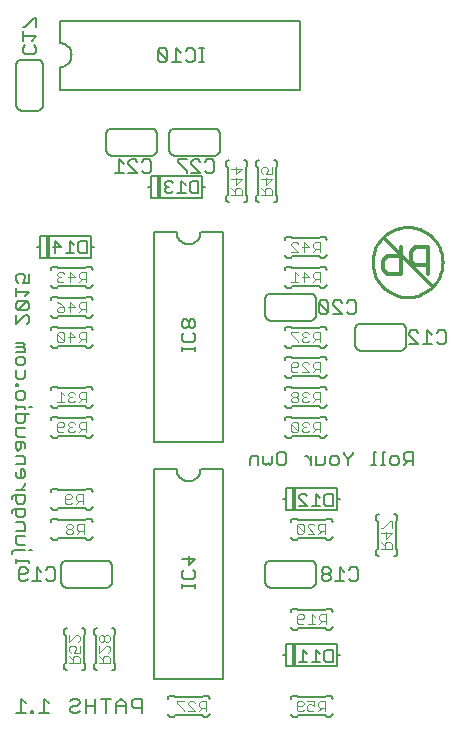
<source format=gbo>
G75*
%MOIN*%
%OFA0B0*%
%FSLAX24Y24*%
%IPPOS*%
%LPD*%
%AMOC8*
5,1,8,0,0,1.08239X$1,22.5*
%
%ADD10C,0.0060*%
%ADD11C,0.0070*%
%ADD12C,0.0120*%
%ADD13C,0.0087*%
%ADD14C,0.0040*%
%ADD15C,0.0050*%
D10*
X002500Y002510D02*
X002500Y002610D01*
X002550Y002660D01*
X002550Y003560D01*
X002500Y003610D01*
X002500Y003710D01*
X002502Y003727D01*
X002506Y003744D01*
X002513Y003760D01*
X002523Y003774D01*
X002536Y003787D01*
X002550Y003797D01*
X002566Y003804D01*
X002583Y003808D01*
X002600Y003810D01*
X003100Y003810D02*
X003117Y003808D01*
X003134Y003804D01*
X003150Y003797D01*
X003164Y003787D01*
X003177Y003774D01*
X003187Y003760D01*
X003194Y003744D01*
X003198Y003727D01*
X003200Y003710D01*
X003200Y003610D01*
X003150Y003560D01*
X003150Y002660D01*
X003200Y002610D01*
X003200Y002510D01*
X003198Y002493D01*
X003194Y002476D01*
X003187Y002460D01*
X003177Y002446D01*
X003164Y002433D01*
X003150Y002423D01*
X003134Y002416D01*
X003117Y002412D01*
X003100Y002410D01*
X003500Y002510D02*
X003500Y002610D01*
X003550Y002660D01*
X003550Y003560D01*
X003500Y003610D01*
X003500Y003710D01*
X003502Y003727D01*
X003506Y003744D01*
X003513Y003760D01*
X003523Y003774D01*
X003536Y003787D01*
X003550Y003797D01*
X003566Y003804D01*
X003583Y003808D01*
X003600Y003810D01*
X004100Y003810D02*
X004117Y003808D01*
X004134Y003804D01*
X004150Y003797D01*
X004164Y003787D01*
X004177Y003774D01*
X004187Y003760D01*
X004194Y003744D01*
X004198Y003727D01*
X004200Y003710D01*
X004200Y003610D01*
X004150Y003560D01*
X004150Y002660D01*
X004200Y002610D01*
X004200Y002510D01*
X004198Y002493D01*
X004194Y002476D01*
X004187Y002460D01*
X004177Y002446D01*
X004164Y002433D01*
X004150Y002423D01*
X004134Y002416D01*
X004117Y002412D01*
X004100Y002410D01*
X003600Y002410D02*
X003583Y002412D01*
X003566Y002416D01*
X003550Y002423D01*
X003536Y002433D01*
X003523Y002446D01*
X003513Y002460D01*
X003506Y002476D01*
X003502Y002493D01*
X003500Y002510D01*
X002600Y002410D02*
X002583Y002412D01*
X002566Y002416D01*
X002550Y002423D01*
X002536Y002433D01*
X002523Y002446D01*
X002513Y002460D01*
X002506Y002476D01*
X002502Y002493D01*
X002500Y002510D01*
X002600Y005160D02*
X003900Y005160D01*
X003926Y005162D01*
X003952Y005167D01*
X003977Y005175D01*
X004000Y005187D01*
X004022Y005201D01*
X004041Y005219D01*
X004059Y005238D01*
X004073Y005260D01*
X004085Y005283D01*
X004093Y005308D01*
X004098Y005334D01*
X004100Y005360D01*
X004100Y005860D01*
X004098Y005886D01*
X004093Y005912D01*
X004085Y005937D01*
X004073Y005960D01*
X004059Y005982D01*
X004041Y006001D01*
X004022Y006019D01*
X004000Y006033D01*
X003977Y006045D01*
X003952Y006053D01*
X003926Y006058D01*
X003900Y006060D01*
X002600Y006060D01*
X002574Y006058D01*
X002548Y006053D01*
X002523Y006045D01*
X002500Y006033D01*
X002478Y006019D01*
X002459Y006001D01*
X002441Y005982D01*
X002427Y005960D01*
X002415Y005937D01*
X002407Y005912D01*
X002402Y005886D01*
X002400Y005860D01*
X002400Y005360D01*
X002402Y005334D01*
X002407Y005308D01*
X002415Y005283D01*
X002427Y005260D01*
X002441Y005238D01*
X002459Y005219D01*
X002478Y005201D01*
X002500Y005187D01*
X002523Y005175D01*
X002548Y005167D01*
X002574Y005162D01*
X002600Y005160D01*
X002250Y006760D02*
X002150Y006760D01*
X002133Y006762D01*
X002116Y006766D01*
X002100Y006773D01*
X002086Y006783D01*
X002073Y006796D01*
X002063Y006810D01*
X002056Y006826D01*
X002052Y006843D01*
X002050Y006860D01*
X002250Y006760D02*
X002300Y006810D01*
X003200Y006810D01*
X003250Y006760D01*
X003350Y006760D01*
X003367Y006762D01*
X003384Y006766D01*
X003400Y006773D01*
X003414Y006783D01*
X003427Y006796D01*
X003437Y006810D01*
X003444Y006826D01*
X003448Y006843D01*
X003450Y006860D01*
X003450Y007360D02*
X003448Y007377D01*
X003444Y007394D01*
X003437Y007410D01*
X003427Y007424D01*
X003414Y007437D01*
X003400Y007447D01*
X003384Y007454D01*
X003367Y007458D01*
X003350Y007460D01*
X003250Y007460D01*
X003200Y007410D01*
X002300Y007410D01*
X002250Y007460D01*
X002150Y007460D01*
X002133Y007458D01*
X002116Y007454D01*
X002100Y007447D01*
X002086Y007437D01*
X002073Y007424D01*
X002063Y007410D01*
X002056Y007394D01*
X002052Y007377D01*
X002050Y007360D01*
X002150Y007760D02*
X002250Y007760D01*
X002300Y007810D01*
X003200Y007810D01*
X003250Y007760D01*
X003350Y007760D01*
X003367Y007762D01*
X003384Y007766D01*
X003400Y007773D01*
X003414Y007783D01*
X003427Y007796D01*
X003437Y007810D01*
X003444Y007826D01*
X003448Y007843D01*
X003450Y007860D01*
X003450Y008360D02*
X003448Y008377D01*
X003444Y008394D01*
X003437Y008410D01*
X003427Y008424D01*
X003414Y008437D01*
X003400Y008447D01*
X003384Y008454D01*
X003367Y008458D01*
X003350Y008460D01*
X003250Y008460D01*
X003200Y008410D01*
X002300Y008410D01*
X002250Y008460D01*
X002150Y008460D01*
X002133Y008458D01*
X002116Y008454D01*
X002100Y008447D01*
X002086Y008437D01*
X002073Y008424D01*
X002063Y008410D01*
X002056Y008394D01*
X002052Y008377D01*
X002050Y008360D01*
X002050Y007860D02*
X002052Y007843D01*
X002056Y007826D01*
X002063Y007810D01*
X002073Y007796D01*
X002086Y007783D01*
X002100Y007773D01*
X002116Y007766D01*
X002133Y007762D01*
X002150Y007760D01*
X001199Y007793D02*
X001199Y007573D01*
X001125Y007500D01*
X000978Y007500D01*
X000905Y007573D01*
X000905Y007793D01*
X000832Y007793D02*
X001199Y007793D01*
X001125Y007960D02*
X000978Y007960D01*
X000905Y008033D01*
X000905Y008254D01*
X000832Y008254D02*
X000758Y008180D01*
X000758Y008107D01*
X000832Y008254D02*
X001199Y008254D01*
X001199Y008033D01*
X001125Y007960D01*
X001052Y008420D02*
X001199Y008567D01*
X001199Y008641D01*
X001125Y008804D02*
X001199Y008877D01*
X001199Y009024D01*
X001125Y009098D01*
X001052Y009098D01*
X001052Y008804D01*
X001125Y008804D02*
X000978Y008804D01*
X000905Y008877D01*
X000905Y009024D01*
X000905Y009264D02*
X001199Y009264D01*
X001199Y009485D01*
X001125Y009558D01*
X000905Y009558D01*
X000978Y009725D02*
X001052Y009798D01*
X001052Y010018D01*
X001125Y010018D02*
X000905Y010018D01*
X000905Y009798D01*
X000978Y009725D01*
X001199Y009798D02*
X001199Y009945D01*
X001125Y010018D01*
X001199Y010185D02*
X000978Y010185D01*
X000905Y010259D01*
X000905Y010479D01*
X001199Y010479D01*
X001125Y010646D02*
X001199Y010719D01*
X001199Y010939D01*
X001345Y010939D02*
X000905Y010939D01*
X000905Y010719D01*
X000978Y010646D01*
X001125Y010646D01*
X001199Y011106D02*
X001199Y011179D01*
X000905Y011179D01*
X000905Y011106D02*
X000905Y011253D01*
X000978Y011413D02*
X000905Y011486D01*
X000905Y011633D01*
X000978Y011707D01*
X001125Y011707D01*
X001199Y011633D01*
X001199Y011486D01*
X001125Y011413D01*
X000978Y011413D01*
X000978Y011873D02*
X000978Y011947D01*
X000905Y011947D01*
X000905Y011873D01*
X000978Y011873D01*
X000978Y012104D02*
X000905Y012177D01*
X000905Y012397D01*
X000978Y012564D02*
X000905Y012637D01*
X000905Y012784D01*
X000978Y012858D01*
X001125Y012858D01*
X001199Y012784D01*
X001199Y012637D01*
X001125Y012564D01*
X000978Y012564D01*
X000905Y013024D02*
X001199Y013024D01*
X001199Y013098D01*
X001125Y013171D01*
X001199Y013245D01*
X001125Y013318D01*
X000905Y013318D01*
X000905Y013171D02*
X001125Y013171D01*
X001199Y012397D02*
X001199Y012177D01*
X001125Y012104D01*
X000978Y012104D01*
X001345Y011179D02*
X001419Y011179D01*
X002150Y011160D02*
X002250Y011160D01*
X002300Y011210D01*
X003200Y011210D01*
X003250Y011160D01*
X003350Y011160D01*
X003367Y011162D01*
X003384Y011166D01*
X003400Y011173D01*
X003414Y011183D01*
X003427Y011196D01*
X003437Y011210D01*
X003444Y011226D01*
X003448Y011243D01*
X003450Y011260D01*
X003350Y010860D02*
X003250Y010860D01*
X003200Y010810D01*
X002300Y010810D01*
X002250Y010860D01*
X002150Y010860D01*
X002133Y010858D01*
X002116Y010854D01*
X002100Y010847D01*
X002086Y010837D01*
X002073Y010824D01*
X002063Y010810D01*
X002056Y010794D01*
X002052Y010777D01*
X002050Y010760D01*
X002150Y011160D02*
X002133Y011162D01*
X002116Y011166D01*
X002100Y011173D01*
X002086Y011183D01*
X002073Y011196D01*
X002063Y011210D01*
X002056Y011226D01*
X002052Y011243D01*
X002050Y011260D01*
X002050Y011760D02*
X002052Y011777D01*
X002056Y011794D01*
X002063Y011810D01*
X002073Y011824D01*
X002086Y011837D01*
X002100Y011847D01*
X002116Y011854D01*
X002133Y011858D01*
X002150Y011860D01*
X002250Y011860D01*
X002300Y011810D01*
X003200Y011810D01*
X003250Y011860D01*
X003350Y011860D01*
X003367Y011858D01*
X003384Y011854D01*
X003400Y011847D01*
X003414Y011837D01*
X003427Y011824D01*
X003437Y011810D01*
X003444Y011794D01*
X003448Y011777D01*
X003450Y011760D01*
X003350Y010860D02*
X003367Y010858D01*
X003384Y010854D01*
X003400Y010847D01*
X003414Y010837D01*
X003427Y010824D01*
X003437Y010810D01*
X003444Y010794D01*
X003448Y010777D01*
X003450Y010760D01*
X003450Y010260D02*
X003448Y010243D01*
X003444Y010226D01*
X003437Y010210D01*
X003427Y010196D01*
X003414Y010183D01*
X003400Y010173D01*
X003384Y010166D01*
X003367Y010162D01*
X003350Y010160D01*
X003250Y010160D01*
X003200Y010210D01*
X002300Y010210D01*
X002250Y010160D01*
X002150Y010160D01*
X002133Y010162D01*
X002116Y010166D01*
X002100Y010173D01*
X002086Y010183D01*
X002073Y010196D01*
X002063Y010210D01*
X002056Y010226D01*
X002052Y010243D01*
X002050Y010260D01*
X001199Y008420D02*
X000905Y008420D01*
X000832Y007793D02*
X000758Y007720D01*
X000758Y007646D01*
X000905Y007333D02*
X001125Y007333D01*
X001199Y007259D01*
X001199Y007039D01*
X000905Y007039D01*
X000905Y006872D02*
X001199Y006872D01*
X001199Y006579D02*
X000978Y006579D01*
X000905Y006652D01*
X000905Y006872D01*
X000832Y006419D02*
X001199Y006419D01*
X001345Y006419D02*
X001419Y006419D01*
X001345Y006038D02*
X000905Y006038D01*
X000905Y005965D02*
X000905Y006112D01*
X000758Y006272D02*
X000758Y006345D01*
X000832Y006419D01*
X001345Y006038D02*
X001345Y005965D01*
X005500Y009110D02*
X005500Y002110D01*
X007800Y002110D01*
X007800Y009110D01*
X007050Y009110D01*
X007048Y009071D01*
X007042Y009032D01*
X007033Y008994D01*
X007020Y008957D01*
X007003Y008921D01*
X006983Y008888D01*
X006959Y008856D01*
X006933Y008827D01*
X006904Y008801D01*
X006872Y008777D01*
X006839Y008757D01*
X006803Y008740D01*
X006766Y008727D01*
X006728Y008718D01*
X006689Y008712D01*
X006650Y008710D01*
X006611Y008712D01*
X006572Y008718D01*
X006534Y008727D01*
X006497Y008740D01*
X006461Y008757D01*
X006428Y008777D01*
X006396Y008801D01*
X006367Y008827D01*
X006341Y008856D01*
X006317Y008888D01*
X006297Y008921D01*
X006280Y008957D01*
X006267Y008994D01*
X006258Y009032D01*
X006252Y009071D01*
X006250Y009110D01*
X005500Y009110D01*
X005500Y010010D02*
X007800Y010010D01*
X007800Y017010D01*
X007050Y017010D01*
X007048Y016971D01*
X007042Y016932D01*
X007033Y016894D01*
X007020Y016857D01*
X007003Y016821D01*
X006983Y016788D01*
X006959Y016756D01*
X006933Y016727D01*
X006904Y016701D01*
X006872Y016677D01*
X006839Y016657D01*
X006803Y016640D01*
X006766Y016627D01*
X006728Y016618D01*
X006689Y016612D01*
X006650Y016610D01*
X006611Y016612D01*
X006572Y016618D01*
X006534Y016627D01*
X006497Y016640D01*
X006461Y016657D01*
X006428Y016677D01*
X006396Y016701D01*
X006367Y016727D01*
X006341Y016756D01*
X006317Y016788D01*
X006297Y016821D01*
X006280Y016857D01*
X006267Y016894D01*
X006258Y016932D01*
X006252Y016971D01*
X006250Y017010D01*
X005500Y017010D01*
X005500Y010010D01*
X003350Y013160D02*
X003250Y013160D01*
X003200Y013210D01*
X002300Y013210D01*
X002250Y013160D01*
X002150Y013160D01*
X002133Y013162D01*
X002116Y013166D01*
X002100Y013173D01*
X002086Y013183D01*
X002073Y013196D01*
X002063Y013210D01*
X002056Y013226D01*
X002052Y013243D01*
X002050Y013260D01*
X002050Y013760D02*
X002052Y013777D01*
X002056Y013794D01*
X002063Y013810D01*
X002073Y013824D01*
X002086Y013837D01*
X002100Y013847D01*
X002116Y013854D01*
X002133Y013858D01*
X002150Y013860D01*
X002250Y013860D01*
X002300Y013810D01*
X003200Y013810D01*
X003250Y013860D01*
X003350Y013860D01*
X003367Y013858D01*
X003384Y013854D01*
X003400Y013847D01*
X003414Y013837D01*
X003427Y013824D01*
X003437Y013810D01*
X003444Y013794D01*
X003448Y013777D01*
X003450Y013760D01*
X003350Y014160D02*
X003250Y014160D01*
X003200Y014210D01*
X002300Y014210D01*
X002250Y014160D01*
X002150Y014160D01*
X002133Y014162D01*
X002116Y014166D01*
X002100Y014173D01*
X002086Y014183D01*
X002073Y014196D01*
X002063Y014210D01*
X002056Y014226D01*
X002052Y014243D01*
X002050Y014260D01*
X002050Y014760D02*
X002052Y014777D01*
X002056Y014794D01*
X002063Y014810D01*
X002073Y014824D01*
X002086Y014837D01*
X002100Y014847D01*
X002116Y014854D01*
X002133Y014858D01*
X002150Y014860D01*
X002250Y014860D01*
X002300Y014810D01*
X003200Y014810D01*
X003250Y014860D01*
X003350Y014860D01*
X003367Y014858D01*
X003384Y014854D01*
X003400Y014847D01*
X003414Y014837D01*
X003427Y014824D01*
X003437Y014810D01*
X003444Y014794D01*
X003448Y014777D01*
X003450Y014760D01*
X003350Y015160D02*
X003250Y015160D01*
X003200Y015210D01*
X002300Y015210D01*
X002250Y015160D01*
X002150Y015160D01*
X002133Y015162D01*
X002116Y015166D01*
X002100Y015173D01*
X002086Y015183D01*
X002073Y015196D01*
X002063Y015210D01*
X002056Y015226D01*
X002052Y015243D01*
X002050Y015260D01*
X002050Y015760D02*
X002052Y015777D01*
X002056Y015794D01*
X002063Y015810D01*
X002073Y015824D01*
X002086Y015837D01*
X002100Y015847D01*
X002116Y015854D01*
X002133Y015858D01*
X002150Y015860D01*
X002250Y015860D01*
X002300Y015810D01*
X003200Y015810D01*
X003250Y015860D01*
X003350Y015860D01*
X003367Y015858D01*
X003384Y015854D01*
X003400Y015847D01*
X003414Y015837D01*
X003427Y015824D01*
X003437Y015810D01*
X003444Y015794D01*
X003448Y015777D01*
X003450Y015760D01*
X003450Y015260D02*
X003448Y015243D01*
X003444Y015226D01*
X003437Y015210D01*
X003427Y015196D01*
X003414Y015183D01*
X003400Y015173D01*
X003384Y015166D01*
X003367Y015162D01*
X003350Y015160D01*
X003450Y014260D02*
X003448Y014243D01*
X003444Y014226D01*
X003437Y014210D01*
X003427Y014196D01*
X003414Y014183D01*
X003400Y014173D01*
X003384Y014166D01*
X003367Y014162D01*
X003350Y014160D01*
X003450Y013260D02*
X003448Y013243D01*
X003444Y013226D01*
X003437Y013210D01*
X003427Y013196D01*
X003414Y013183D01*
X003400Y013173D01*
X003384Y013166D01*
X003367Y013162D01*
X003350Y013160D01*
X001345Y014019D02*
X001272Y013945D01*
X001345Y014019D02*
X001345Y014165D01*
X001272Y014239D01*
X001199Y014239D01*
X000905Y013945D01*
X000905Y014239D01*
X000978Y014406D02*
X001272Y014699D01*
X000978Y014699D01*
X000905Y014626D01*
X000905Y014479D01*
X000978Y014406D01*
X001272Y014406D01*
X001345Y014479D01*
X001345Y014626D01*
X001272Y014699D01*
X001199Y014866D02*
X001345Y015013D01*
X000905Y015013D01*
X000905Y014866D02*
X000905Y015160D01*
X000978Y015326D02*
X000905Y015400D01*
X000905Y015546D01*
X000978Y015620D01*
X001125Y015620D01*
X001199Y015546D01*
X001199Y015473D01*
X001125Y015326D01*
X001345Y015326D01*
X001345Y015620D01*
X004100Y019560D02*
X005400Y019560D01*
X005426Y019562D01*
X005452Y019567D01*
X005477Y019575D01*
X005500Y019587D01*
X005522Y019601D01*
X005541Y019619D01*
X005559Y019638D01*
X005573Y019660D01*
X005585Y019683D01*
X005593Y019708D01*
X005598Y019734D01*
X005600Y019760D01*
X005600Y020260D01*
X005598Y020286D01*
X005593Y020312D01*
X005585Y020337D01*
X005573Y020360D01*
X005559Y020382D01*
X005541Y020401D01*
X005522Y020419D01*
X005500Y020433D01*
X005477Y020445D01*
X005452Y020453D01*
X005426Y020458D01*
X005400Y020460D01*
X004100Y020460D01*
X004074Y020458D01*
X004048Y020453D01*
X004023Y020445D01*
X004000Y020433D01*
X003978Y020419D01*
X003959Y020401D01*
X003941Y020382D01*
X003927Y020360D01*
X003915Y020337D01*
X003907Y020312D01*
X003902Y020286D01*
X003900Y020260D01*
X003900Y019760D01*
X003902Y019734D01*
X003907Y019708D01*
X003915Y019683D01*
X003927Y019660D01*
X003941Y019638D01*
X003959Y019619D01*
X003978Y019601D01*
X004000Y019587D01*
X004023Y019575D01*
X004048Y019567D01*
X004074Y019562D01*
X004100Y019560D01*
X002350Y021760D02*
X002350Y022510D01*
X002389Y022512D01*
X002428Y022518D01*
X002466Y022527D01*
X002503Y022540D01*
X002539Y022557D01*
X002572Y022577D01*
X002604Y022601D01*
X002633Y022627D01*
X002659Y022656D01*
X002683Y022688D01*
X002703Y022721D01*
X002720Y022757D01*
X002733Y022794D01*
X002742Y022832D01*
X002748Y022871D01*
X002750Y022910D01*
X002748Y022949D01*
X002742Y022988D01*
X002733Y023026D01*
X002720Y023063D01*
X002703Y023099D01*
X002683Y023132D01*
X002659Y023164D01*
X002633Y023193D01*
X002604Y023219D01*
X002572Y023243D01*
X002539Y023263D01*
X002503Y023280D01*
X002466Y023293D01*
X002428Y023302D01*
X002389Y023308D01*
X002350Y023310D01*
X002350Y024060D01*
X010350Y024060D01*
X010350Y021760D01*
X002350Y021760D01*
X001800Y021260D02*
X001800Y022560D01*
X001798Y022586D01*
X001793Y022612D01*
X001785Y022637D01*
X001773Y022660D01*
X001759Y022682D01*
X001741Y022701D01*
X001722Y022719D01*
X001700Y022733D01*
X001677Y022745D01*
X001652Y022753D01*
X001626Y022758D01*
X001600Y022760D01*
X001100Y022760D01*
X001074Y022758D01*
X001048Y022753D01*
X001023Y022745D01*
X001000Y022733D01*
X000978Y022719D01*
X000959Y022701D01*
X000941Y022682D01*
X000927Y022660D01*
X000915Y022637D01*
X000907Y022612D01*
X000902Y022586D01*
X000900Y022560D01*
X000900Y021260D01*
X000902Y021234D01*
X000907Y021208D01*
X000915Y021183D01*
X000927Y021160D01*
X000941Y021138D01*
X000959Y021119D01*
X000978Y021101D01*
X001000Y021087D01*
X001023Y021075D01*
X001048Y021067D01*
X001074Y021062D01*
X001100Y021060D01*
X001600Y021060D01*
X001626Y021062D01*
X001652Y021067D01*
X001677Y021075D01*
X001700Y021087D01*
X001722Y021101D01*
X001741Y021119D01*
X001759Y021138D01*
X001773Y021160D01*
X001785Y021183D01*
X001793Y021208D01*
X001798Y021234D01*
X001800Y021260D01*
X006000Y020260D02*
X006000Y019760D01*
X006002Y019734D01*
X006007Y019708D01*
X006015Y019683D01*
X006027Y019660D01*
X006041Y019638D01*
X006059Y019619D01*
X006078Y019601D01*
X006100Y019587D01*
X006123Y019575D01*
X006148Y019567D01*
X006174Y019562D01*
X006200Y019560D01*
X007500Y019560D01*
X007526Y019562D01*
X007552Y019567D01*
X007577Y019575D01*
X007600Y019587D01*
X007622Y019601D01*
X007641Y019619D01*
X007659Y019638D01*
X007673Y019660D01*
X007685Y019683D01*
X007693Y019708D01*
X007698Y019734D01*
X007700Y019760D01*
X007700Y020260D01*
X007698Y020286D01*
X007693Y020312D01*
X007685Y020337D01*
X007673Y020360D01*
X007659Y020382D01*
X007641Y020401D01*
X007622Y020419D01*
X007600Y020433D01*
X007577Y020445D01*
X007552Y020453D01*
X007526Y020458D01*
X007500Y020460D01*
X006200Y020460D01*
X006174Y020458D01*
X006148Y020453D01*
X006123Y020445D01*
X006100Y020433D01*
X006078Y020419D01*
X006059Y020401D01*
X006041Y020382D01*
X006027Y020360D01*
X006015Y020337D01*
X006007Y020312D01*
X006002Y020286D01*
X006000Y020260D01*
X007900Y019310D02*
X007900Y019210D01*
X007950Y019160D01*
X007950Y018260D01*
X007900Y018210D01*
X007900Y018110D01*
X007902Y018093D01*
X007906Y018076D01*
X007913Y018060D01*
X007923Y018046D01*
X007936Y018033D01*
X007950Y018023D01*
X007966Y018016D01*
X007983Y018012D01*
X008000Y018010D01*
X008500Y018010D02*
X008517Y018012D01*
X008534Y018016D01*
X008550Y018023D01*
X008564Y018033D01*
X008577Y018046D01*
X008587Y018060D01*
X008594Y018076D01*
X008598Y018093D01*
X008600Y018110D01*
X008600Y018210D01*
X008550Y018260D01*
X008550Y019160D01*
X008600Y019210D01*
X008600Y019310D01*
X008598Y019327D01*
X008594Y019344D01*
X008587Y019360D01*
X008577Y019374D01*
X008564Y019387D01*
X008550Y019397D01*
X008534Y019404D01*
X008517Y019408D01*
X008500Y019410D01*
X008900Y019310D02*
X008900Y019210D01*
X008950Y019160D01*
X008950Y018260D01*
X008900Y018210D01*
X008900Y018110D01*
X008902Y018093D01*
X008906Y018076D01*
X008913Y018060D01*
X008923Y018046D01*
X008936Y018033D01*
X008950Y018023D01*
X008966Y018016D01*
X008983Y018012D01*
X009000Y018010D01*
X009500Y018010D02*
X009517Y018012D01*
X009534Y018016D01*
X009550Y018023D01*
X009564Y018033D01*
X009577Y018046D01*
X009587Y018060D01*
X009594Y018076D01*
X009598Y018093D01*
X009600Y018110D01*
X009600Y018210D01*
X009550Y018260D01*
X009550Y019160D01*
X009600Y019210D01*
X009600Y019310D01*
X009598Y019327D01*
X009594Y019344D01*
X009587Y019360D01*
X009577Y019374D01*
X009564Y019387D01*
X009550Y019397D01*
X009534Y019404D01*
X009517Y019408D01*
X009500Y019410D01*
X009000Y019410D02*
X008983Y019408D01*
X008966Y019404D01*
X008950Y019397D01*
X008936Y019387D01*
X008923Y019374D01*
X008913Y019360D01*
X008906Y019344D01*
X008902Y019327D01*
X008900Y019310D01*
X008000Y019410D02*
X007983Y019408D01*
X007966Y019404D01*
X007950Y019397D01*
X007936Y019387D01*
X007923Y019374D01*
X007913Y019360D01*
X007906Y019344D01*
X007902Y019327D01*
X007900Y019310D01*
X009950Y016860D02*
X010050Y016860D01*
X010100Y016810D01*
X011000Y016810D01*
X011050Y016860D01*
X011150Y016860D01*
X011167Y016858D01*
X011184Y016854D01*
X011200Y016847D01*
X011214Y016837D01*
X011227Y016824D01*
X011237Y016810D01*
X011244Y016794D01*
X011248Y016777D01*
X011250Y016760D01*
X011250Y016260D02*
X011248Y016243D01*
X011244Y016226D01*
X011237Y016210D01*
X011227Y016196D01*
X011214Y016183D01*
X011200Y016173D01*
X011184Y016166D01*
X011167Y016162D01*
X011150Y016160D01*
X011050Y016160D01*
X011000Y016210D01*
X010100Y016210D01*
X010050Y016160D01*
X009950Y016160D01*
X009933Y016162D01*
X009916Y016166D01*
X009900Y016173D01*
X009886Y016183D01*
X009873Y016196D01*
X009863Y016210D01*
X009856Y016226D01*
X009852Y016243D01*
X009850Y016260D01*
X009950Y015860D02*
X010050Y015860D01*
X010100Y015810D01*
X011000Y015810D01*
X011050Y015860D01*
X011150Y015860D01*
X011167Y015858D01*
X011184Y015854D01*
X011200Y015847D01*
X011214Y015837D01*
X011227Y015824D01*
X011237Y015810D01*
X011244Y015794D01*
X011248Y015777D01*
X011250Y015760D01*
X011250Y015260D02*
X011248Y015243D01*
X011244Y015226D01*
X011237Y015210D01*
X011227Y015196D01*
X011214Y015183D01*
X011200Y015173D01*
X011184Y015166D01*
X011167Y015162D01*
X011150Y015160D01*
X011050Y015160D01*
X011000Y015210D01*
X010100Y015210D01*
X010050Y015160D01*
X009950Y015160D01*
X009933Y015162D01*
X009916Y015166D01*
X009900Y015173D01*
X009886Y015183D01*
X009873Y015196D01*
X009863Y015210D01*
X009856Y015226D01*
X009852Y015243D01*
X009850Y015260D01*
X009850Y015760D02*
X009852Y015777D01*
X009856Y015794D01*
X009863Y015810D01*
X009873Y015824D01*
X009886Y015837D01*
X009900Y015847D01*
X009916Y015854D01*
X009933Y015858D01*
X009950Y015860D01*
X009400Y014960D02*
X010700Y014960D01*
X010726Y014958D01*
X010752Y014953D01*
X010777Y014945D01*
X010800Y014933D01*
X010822Y014919D01*
X010841Y014901D01*
X010859Y014882D01*
X010873Y014860D01*
X010885Y014837D01*
X010893Y014812D01*
X010898Y014786D01*
X010900Y014760D01*
X010900Y014260D01*
X010898Y014234D01*
X010893Y014208D01*
X010885Y014183D01*
X010873Y014160D01*
X010859Y014138D01*
X010841Y014119D01*
X010822Y014101D01*
X010800Y014087D01*
X010777Y014075D01*
X010752Y014067D01*
X010726Y014062D01*
X010700Y014060D01*
X009400Y014060D01*
X009374Y014062D01*
X009348Y014067D01*
X009323Y014075D01*
X009300Y014087D01*
X009278Y014101D01*
X009259Y014119D01*
X009241Y014138D01*
X009227Y014160D01*
X009215Y014183D01*
X009207Y014208D01*
X009202Y014234D01*
X009200Y014260D01*
X009200Y014760D01*
X009202Y014786D01*
X009207Y014812D01*
X009215Y014837D01*
X009227Y014860D01*
X009241Y014882D01*
X009259Y014901D01*
X009278Y014919D01*
X009300Y014933D01*
X009323Y014945D01*
X009348Y014953D01*
X009374Y014958D01*
X009400Y014960D01*
X009950Y013860D02*
X010050Y013860D01*
X010100Y013810D01*
X011000Y013810D01*
X011050Y013860D01*
X011150Y013860D01*
X011167Y013858D01*
X011184Y013854D01*
X011200Y013847D01*
X011214Y013837D01*
X011227Y013824D01*
X011237Y013810D01*
X011244Y013794D01*
X011248Y013777D01*
X011250Y013760D01*
X011250Y013260D02*
X011248Y013243D01*
X011244Y013226D01*
X011237Y013210D01*
X011227Y013196D01*
X011214Y013183D01*
X011200Y013173D01*
X011184Y013166D01*
X011167Y013162D01*
X011150Y013160D01*
X011050Y013160D01*
X011000Y013210D01*
X010100Y013210D01*
X010050Y013160D01*
X009950Y013160D01*
X009933Y013162D01*
X009916Y013166D01*
X009900Y013173D01*
X009886Y013183D01*
X009873Y013196D01*
X009863Y013210D01*
X009856Y013226D01*
X009852Y013243D01*
X009850Y013260D01*
X009950Y012860D02*
X010050Y012860D01*
X010100Y012810D01*
X011000Y012810D01*
X011050Y012860D01*
X011150Y012860D01*
X011167Y012858D01*
X011184Y012854D01*
X011200Y012847D01*
X011214Y012837D01*
X011227Y012824D01*
X011237Y012810D01*
X011244Y012794D01*
X011248Y012777D01*
X011250Y012760D01*
X011250Y012260D02*
X011248Y012243D01*
X011244Y012226D01*
X011237Y012210D01*
X011227Y012196D01*
X011214Y012183D01*
X011200Y012173D01*
X011184Y012166D01*
X011167Y012162D01*
X011150Y012160D01*
X011050Y012160D01*
X011000Y012210D01*
X010100Y012210D01*
X010050Y012160D01*
X009950Y012160D01*
X009933Y012162D01*
X009916Y012166D01*
X009900Y012173D01*
X009886Y012183D01*
X009873Y012196D01*
X009863Y012210D01*
X009856Y012226D01*
X009852Y012243D01*
X009850Y012260D01*
X009950Y011860D02*
X010050Y011860D01*
X010100Y011810D01*
X011000Y011810D01*
X011050Y011860D01*
X011150Y011860D01*
X011167Y011858D01*
X011184Y011854D01*
X011200Y011847D01*
X011214Y011837D01*
X011227Y011824D01*
X011237Y011810D01*
X011244Y011794D01*
X011248Y011777D01*
X011250Y011760D01*
X011250Y011260D02*
X011248Y011243D01*
X011244Y011226D01*
X011237Y011210D01*
X011227Y011196D01*
X011214Y011183D01*
X011200Y011173D01*
X011184Y011166D01*
X011167Y011162D01*
X011150Y011160D01*
X011050Y011160D01*
X011000Y011210D01*
X010100Y011210D01*
X010050Y011160D01*
X009950Y011160D01*
X009933Y011162D01*
X009916Y011166D01*
X009900Y011173D01*
X009886Y011183D01*
X009873Y011196D01*
X009863Y011210D01*
X009856Y011226D01*
X009852Y011243D01*
X009850Y011260D01*
X009950Y010860D02*
X010050Y010860D01*
X010100Y010810D01*
X011000Y010810D01*
X011050Y010860D01*
X011150Y010860D01*
X011167Y010858D01*
X011184Y010854D01*
X011200Y010847D01*
X011214Y010837D01*
X011227Y010824D01*
X011237Y010810D01*
X011244Y010794D01*
X011248Y010777D01*
X011250Y010760D01*
X011250Y010260D02*
X011248Y010243D01*
X011244Y010226D01*
X011237Y010210D01*
X011227Y010196D01*
X011214Y010183D01*
X011200Y010173D01*
X011184Y010166D01*
X011167Y010162D01*
X011150Y010160D01*
X011050Y010160D01*
X011000Y010210D01*
X010100Y010210D01*
X010050Y010160D01*
X009950Y010160D01*
X009933Y010162D01*
X009916Y010166D01*
X009900Y010173D01*
X009886Y010183D01*
X009873Y010196D01*
X009863Y010210D01*
X009856Y010226D01*
X009852Y010243D01*
X009850Y010260D01*
X009850Y010760D02*
X009852Y010777D01*
X009856Y010794D01*
X009863Y010810D01*
X009873Y010824D01*
X009886Y010837D01*
X009900Y010847D01*
X009916Y010854D01*
X009933Y010858D01*
X009950Y010860D01*
X009850Y011760D02*
X009852Y011777D01*
X009856Y011794D01*
X009863Y011810D01*
X009873Y011824D01*
X009886Y011837D01*
X009900Y011847D01*
X009916Y011854D01*
X009933Y011858D01*
X009950Y011860D01*
X009850Y012760D02*
X009852Y012777D01*
X009856Y012794D01*
X009863Y012810D01*
X009873Y012824D01*
X009886Y012837D01*
X009900Y012847D01*
X009916Y012854D01*
X009933Y012858D01*
X009950Y012860D01*
X009850Y013760D02*
X009852Y013777D01*
X009856Y013794D01*
X009863Y013810D01*
X009873Y013824D01*
X009886Y013837D01*
X009900Y013847D01*
X009916Y013854D01*
X009933Y013858D01*
X009950Y013860D01*
X009850Y016760D02*
X009852Y016777D01*
X009856Y016794D01*
X009863Y016810D01*
X009873Y016824D01*
X009886Y016837D01*
X009900Y016847D01*
X009916Y016854D01*
X009933Y016858D01*
X009950Y016860D01*
X012200Y013760D02*
X012200Y013260D01*
X012202Y013234D01*
X012207Y013208D01*
X012215Y013183D01*
X012227Y013160D01*
X012241Y013138D01*
X012259Y013119D01*
X012278Y013101D01*
X012300Y013087D01*
X012323Y013075D01*
X012348Y013067D01*
X012374Y013062D01*
X012400Y013060D01*
X013700Y013060D01*
X013726Y013062D01*
X013752Y013067D01*
X013777Y013075D01*
X013800Y013087D01*
X013822Y013101D01*
X013841Y013119D01*
X013859Y013138D01*
X013873Y013160D01*
X013885Y013183D01*
X013893Y013208D01*
X013898Y013234D01*
X013900Y013260D01*
X013900Y013760D01*
X013898Y013786D01*
X013893Y013812D01*
X013885Y013837D01*
X013873Y013860D01*
X013859Y013882D01*
X013841Y013901D01*
X013822Y013919D01*
X013800Y013933D01*
X013777Y013945D01*
X013752Y013953D01*
X013726Y013958D01*
X013700Y013960D01*
X012400Y013960D01*
X012374Y013958D01*
X012348Y013953D01*
X012323Y013945D01*
X012300Y013933D01*
X012278Y013919D01*
X012259Y013901D01*
X012241Y013882D01*
X012227Y013860D01*
X012215Y013837D01*
X012207Y013812D01*
X012202Y013786D01*
X012200Y013760D01*
X012125Y009680D02*
X012125Y009607D01*
X011978Y009460D01*
X011978Y009240D01*
X011978Y009460D02*
X011831Y009607D01*
X011831Y009680D01*
X011665Y009460D02*
X011665Y009313D01*
X011591Y009240D01*
X011444Y009240D01*
X011371Y009313D01*
X011371Y009460D01*
X011444Y009534D01*
X011591Y009534D01*
X011665Y009460D01*
X011204Y009534D02*
X011204Y009313D01*
X011131Y009240D01*
X010911Y009240D01*
X010911Y009534D01*
X010744Y009534D02*
X010744Y009240D01*
X010744Y009387D02*
X010597Y009534D01*
X010524Y009534D01*
X009900Y009607D02*
X009900Y009313D01*
X009826Y009240D01*
X009680Y009240D01*
X009606Y009313D01*
X009606Y009607D01*
X009680Y009680D01*
X009826Y009680D01*
X009900Y009607D01*
X009439Y009534D02*
X009439Y009313D01*
X009366Y009240D01*
X009293Y009313D01*
X009219Y009240D01*
X009146Y009313D01*
X009146Y009534D01*
X008979Y009534D02*
X008979Y009240D01*
X008979Y009534D02*
X008759Y009534D01*
X008685Y009460D01*
X008685Y009240D01*
X010150Y007460D02*
X010250Y007460D01*
X010300Y007410D01*
X011200Y007410D01*
X011250Y007460D01*
X011350Y007460D01*
X011367Y007458D01*
X011384Y007454D01*
X011400Y007447D01*
X011414Y007437D01*
X011427Y007424D01*
X011437Y007410D01*
X011444Y007394D01*
X011448Y007377D01*
X011450Y007360D01*
X011450Y006860D02*
X011448Y006843D01*
X011444Y006826D01*
X011437Y006810D01*
X011427Y006796D01*
X011414Y006783D01*
X011400Y006773D01*
X011384Y006766D01*
X011367Y006762D01*
X011350Y006760D01*
X011250Y006760D01*
X011200Y006810D01*
X010300Y006810D01*
X010250Y006760D01*
X010150Y006760D01*
X010133Y006762D01*
X010116Y006766D01*
X010100Y006773D01*
X010086Y006783D01*
X010073Y006796D01*
X010063Y006810D01*
X010056Y006826D01*
X010052Y006843D01*
X010050Y006860D01*
X010050Y007360D02*
X010052Y007377D01*
X010056Y007394D01*
X010063Y007410D01*
X010073Y007424D01*
X010086Y007437D01*
X010100Y007447D01*
X010116Y007454D01*
X010133Y007458D01*
X010150Y007460D01*
X010700Y006060D02*
X009400Y006060D01*
X009374Y006058D01*
X009348Y006053D01*
X009323Y006045D01*
X009300Y006033D01*
X009278Y006019D01*
X009259Y006001D01*
X009241Y005982D01*
X009227Y005960D01*
X009215Y005937D01*
X009207Y005912D01*
X009202Y005886D01*
X009200Y005860D01*
X009200Y005360D01*
X009202Y005334D01*
X009207Y005308D01*
X009215Y005283D01*
X009227Y005260D01*
X009241Y005238D01*
X009259Y005219D01*
X009278Y005201D01*
X009300Y005187D01*
X009323Y005175D01*
X009348Y005167D01*
X009374Y005162D01*
X009400Y005160D01*
X010700Y005160D01*
X010726Y005162D01*
X010752Y005167D01*
X010777Y005175D01*
X010800Y005187D01*
X010822Y005201D01*
X010841Y005219D01*
X010859Y005238D01*
X010873Y005260D01*
X010885Y005283D01*
X010893Y005308D01*
X010898Y005334D01*
X010900Y005360D01*
X010900Y005860D01*
X010898Y005886D01*
X010893Y005912D01*
X010885Y005937D01*
X010873Y005960D01*
X010859Y005982D01*
X010841Y006001D01*
X010822Y006019D01*
X010800Y006033D01*
X010777Y006045D01*
X010752Y006053D01*
X010726Y006058D01*
X010700Y006060D01*
X010250Y004460D02*
X010150Y004460D01*
X010133Y004458D01*
X010116Y004454D01*
X010100Y004447D01*
X010086Y004437D01*
X010073Y004424D01*
X010063Y004410D01*
X010056Y004394D01*
X010052Y004377D01*
X010050Y004360D01*
X010250Y004460D02*
X010300Y004410D01*
X011200Y004410D01*
X011250Y004460D01*
X011350Y004460D01*
X011367Y004458D01*
X011384Y004454D01*
X011400Y004447D01*
X011414Y004437D01*
X011427Y004424D01*
X011437Y004410D01*
X011444Y004394D01*
X011448Y004377D01*
X011450Y004360D01*
X011450Y003860D02*
X011448Y003843D01*
X011444Y003826D01*
X011437Y003810D01*
X011427Y003796D01*
X011414Y003783D01*
X011400Y003773D01*
X011384Y003766D01*
X011367Y003762D01*
X011350Y003760D01*
X011250Y003760D01*
X011200Y003810D01*
X010300Y003810D01*
X010250Y003760D01*
X010150Y003760D01*
X010133Y003762D01*
X010116Y003766D01*
X010100Y003773D01*
X010086Y003783D01*
X010073Y003796D01*
X010063Y003810D01*
X010056Y003826D01*
X010052Y003843D01*
X010050Y003860D01*
X010150Y001560D02*
X010250Y001560D01*
X010300Y001510D01*
X011200Y001510D01*
X011250Y001560D01*
X011350Y001560D01*
X011367Y001558D01*
X011384Y001554D01*
X011400Y001547D01*
X011414Y001537D01*
X011427Y001524D01*
X011437Y001510D01*
X011444Y001494D01*
X011448Y001477D01*
X011450Y001460D01*
X011450Y000960D02*
X011448Y000943D01*
X011444Y000926D01*
X011437Y000910D01*
X011427Y000896D01*
X011414Y000883D01*
X011400Y000873D01*
X011384Y000866D01*
X011367Y000862D01*
X011350Y000860D01*
X011250Y000860D01*
X011200Y000910D01*
X010300Y000910D01*
X010250Y000860D01*
X010150Y000860D01*
X010133Y000862D01*
X010116Y000866D01*
X010100Y000873D01*
X010086Y000883D01*
X010073Y000896D01*
X010063Y000910D01*
X010056Y000926D01*
X010052Y000943D01*
X010050Y000960D01*
X010050Y001460D02*
X010052Y001477D01*
X010056Y001494D01*
X010063Y001510D01*
X010073Y001524D01*
X010086Y001537D01*
X010100Y001547D01*
X010116Y001554D01*
X010133Y001558D01*
X010150Y001560D01*
X007250Y001560D02*
X007150Y001560D01*
X007100Y001510D01*
X006200Y001510D01*
X006150Y001560D01*
X006050Y001560D01*
X006033Y001558D01*
X006016Y001554D01*
X006000Y001547D01*
X005986Y001537D01*
X005973Y001524D01*
X005963Y001510D01*
X005956Y001494D01*
X005952Y001477D01*
X005950Y001460D01*
X005950Y000960D02*
X005952Y000943D01*
X005956Y000926D01*
X005963Y000910D01*
X005973Y000896D01*
X005986Y000883D01*
X006000Y000873D01*
X006016Y000866D01*
X006033Y000862D01*
X006050Y000860D01*
X006150Y000860D01*
X006200Y000910D01*
X007100Y000910D01*
X007150Y000860D01*
X007250Y000860D01*
X007267Y000862D01*
X007284Y000866D01*
X007300Y000873D01*
X007314Y000883D01*
X007327Y000896D01*
X007337Y000910D01*
X007344Y000926D01*
X007348Y000943D01*
X007350Y000960D01*
X007350Y001460D02*
X007348Y001477D01*
X007344Y001494D01*
X007337Y001510D01*
X007327Y001524D01*
X007314Y001537D01*
X007300Y001547D01*
X007284Y001554D01*
X007267Y001558D01*
X007250Y001560D01*
X012745Y009240D02*
X012892Y009240D01*
X012819Y009240D02*
X012819Y009680D01*
X012892Y009680D01*
X013126Y009680D02*
X013126Y009240D01*
X013199Y009240D02*
X013052Y009240D01*
X013126Y009680D02*
X013199Y009680D01*
X013366Y009460D02*
X013439Y009534D01*
X013586Y009534D01*
X013660Y009460D01*
X013660Y009313D01*
X013586Y009240D01*
X013439Y009240D01*
X013366Y009313D01*
X013366Y009460D01*
X013826Y009460D02*
X013900Y009387D01*
X014120Y009387D01*
X013973Y009387D02*
X013826Y009240D01*
X013826Y009460D02*
X013826Y009607D01*
X013900Y009680D01*
X014120Y009680D01*
X014120Y009240D01*
X013600Y007510D02*
X013600Y007410D01*
X013550Y007360D01*
X013550Y006460D01*
X013600Y006410D01*
X013600Y006310D01*
X013598Y006293D01*
X013594Y006276D01*
X013587Y006260D01*
X013577Y006246D01*
X013564Y006233D01*
X013550Y006223D01*
X013534Y006216D01*
X013517Y006212D01*
X013500Y006210D01*
X013000Y006210D02*
X012983Y006212D01*
X012966Y006216D01*
X012950Y006223D01*
X012936Y006233D01*
X012923Y006246D01*
X012913Y006260D01*
X012906Y006276D01*
X012902Y006293D01*
X012900Y006310D01*
X012900Y006410D01*
X012950Y006460D01*
X012950Y007360D01*
X012900Y007410D01*
X012900Y007510D01*
X012902Y007527D01*
X012906Y007544D01*
X012913Y007560D01*
X012923Y007574D01*
X012936Y007587D01*
X012950Y007597D01*
X012966Y007604D01*
X012983Y007608D01*
X013000Y007610D01*
X013500Y007610D02*
X013517Y007608D01*
X013534Y007604D01*
X013550Y007597D01*
X013564Y007587D01*
X013577Y007574D01*
X013587Y007560D01*
X013594Y007544D01*
X013598Y007527D01*
X013600Y007510D01*
D11*
X001223Y000970D02*
X000896Y000970D01*
X001059Y000970D02*
X001059Y001460D01*
X001223Y001297D01*
X001399Y001052D02*
X001399Y000970D01*
X001481Y000970D01*
X001481Y001052D01*
X001399Y001052D01*
X001669Y000970D02*
X001996Y000970D01*
X001833Y000970D02*
X001833Y001460D01*
X001996Y001297D01*
X002700Y001379D02*
X002782Y001460D01*
X002946Y001460D01*
X003027Y001379D01*
X003027Y001297D01*
X002946Y001215D01*
X002782Y001215D01*
X002700Y001133D01*
X002700Y001052D01*
X002782Y000970D01*
X002946Y000970D01*
X003027Y001052D01*
X003216Y000970D02*
X003216Y001460D01*
X003216Y001215D02*
X003543Y001215D01*
X003543Y000970D02*
X003543Y001460D01*
X003732Y001460D02*
X004059Y001460D01*
X003895Y001460D02*
X003895Y000970D01*
X004247Y000970D02*
X004247Y001297D01*
X004411Y001460D01*
X004574Y001297D01*
X004574Y000970D01*
X004574Y001215D02*
X004247Y001215D01*
X004763Y001215D02*
X004845Y001133D01*
X005090Y001133D01*
X005090Y000970D02*
X005090Y001460D01*
X004845Y001460D01*
X004763Y001379D01*
X004763Y001215D01*
D12*
X010159Y002575D02*
X010159Y003245D01*
X010159Y007775D02*
X010159Y008445D01*
X013279Y015620D02*
X013132Y015767D01*
X013132Y016060D01*
X013279Y016207D01*
X013719Y016207D01*
X013719Y016501D02*
X013719Y015620D01*
X013279Y015620D01*
X014053Y016060D02*
X014200Y015914D01*
X014640Y015914D01*
X014640Y015620D02*
X014640Y016501D01*
X014200Y016501D01*
X014053Y016354D01*
X014053Y016060D01*
X005659Y018175D02*
X005659Y018845D01*
X001959Y016845D02*
X001959Y016175D01*
D13*
X013150Y016810D02*
X014750Y015210D01*
X012784Y016010D02*
X012786Y016078D01*
X012792Y016145D01*
X012802Y016212D01*
X012815Y016279D01*
X012833Y016344D01*
X012854Y016409D01*
X012879Y016472D01*
X012908Y016533D01*
X012940Y016593D01*
X012976Y016651D01*
X013015Y016706D01*
X013057Y016759D01*
X013102Y016810D01*
X013150Y016858D01*
X013201Y016903D01*
X013254Y016945D01*
X013309Y016984D01*
X013367Y017020D01*
X013427Y017052D01*
X013488Y017081D01*
X013551Y017106D01*
X013616Y017127D01*
X013681Y017145D01*
X013748Y017158D01*
X013815Y017168D01*
X013882Y017174D01*
X013950Y017176D01*
X014018Y017174D01*
X014085Y017168D01*
X014152Y017158D01*
X014219Y017145D01*
X014284Y017127D01*
X014349Y017106D01*
X014412Y017081D01*
X014473Y017052D01*
X014533Y017020D01*
X014591Y016984D01*
X014646Y016945D01*
X014699Y016903D01*
X014750Y016858D01*
X014798Y016810D01*
X014843Y016759D01*
X014885Y016706D01*
X014924Y016651D01*
X014960Y016593D01*
X014992Y016533D01*
X015021Y016472D01*
X015046Y016409D01*
X015067Y016344D01*
X015085Y016279D01*
X015098Y016212D01*
X015108Y016145D01*
X015114Y016078D01*
X015116Y016010D01*
X015114Y015942D01*
X015108Y015875D01*
X015098Y015808D01*
X015085Y015741D01*
X015067Y015676D01*
X015046Y015611D01*
X015021Y015548D01*
X014992Y015487D01*
X014960Y015427D01*
X014924Y015369D01*
X014885Y015314D01*
X014843Y015261D01*
X014798Y015210D01*
X014750Y015162D01*
X014699Y015117D01*
X014646Y015075D01*
X014591Y015036D01*
X014533Y015000D01*
X014473Y014968D01*
X014412Y014939D01*
X014349Y014914D01*
X014284Y014893D01*
X014219Y014875D01*
X014152Y014862D01*
X014085Y014852D01*
X014018Y014846D01*
X013950Y014844D01*
X013882Y014846D01*
X013815Y014852D01*
X013748Y014862D01*
X013681Y014875D01*
X013616Y014893D01*
X013551Y014914D01*
X013488Y014939D01*
X013427Y014968D01*
X013367Y015000D01*
X013309Y015036D01*
X013254Y015075D01*
X013201Y015117D01*
X013150Y015162D01*
X013102Y015210D01*
X013057Y015261D01*
X013015Y015314D01*
X012976Y015369D01*
X012940Y015427D01*
X012908Y015487D01*
X012879Y015548D01*
X012854Y015611D01*
X012833Y015676D01*
X012815Y015741D01*
X012802Y015808D01*
X012792Y015875D01*
X012786Y015942D01*
X012784Y016010D01*
D14*
X011030Y016330D02*
X011030Y016680D01*
X010855Y016680D01*
X010796Y016622D01*
X010796Y016505D01*
X010855Y016447D01*
X011030Y016447D01*
X010913Y016447D02*
X010796Y016330D01*
X010671Y016505D02*
X010437Y016505D01*
X010312Y016622D02*
X010253Y016680D01*
X010137Y016680D01*
X010078Y016622D01*
X010078Y016564D01*
X010312Y016330D01*
X010078Y016330D01*
X010496Y016330D02*
X010496Y016680D01*
X010671Y016505D01*
X010496Y015680D02*
X010671Y015505D01*
X010437Y015505D01*
X010312Y015564D02*
X010195Y015680D01*
X010195Y015330D01*
X010312Y015330D02*
X010078Y015330D01*
X010496Y015330D02*
X010496Y015680D01*
X010796Y015622D02*
X010796Y015505D01*
X010855Y015447D01*
X011030Y015447D01*
X010913Y015447D02*
X010796Y015330D01*
X011030Y015330D02*
X011030Y015680D01*
X010855Y015680D01*
X010796Y015622D01*
X010855Y013680D02*
X010796Y013622D01*
X010796Y013505D01*
X010855Y013447D01*
X011030Y013447D01*
X010913Y013447D02*
X010796Y013330D01*
X010671Y013388D02*
X010613Y013330D01*
X010496Y013330D01*
X010437Y013388D01*
X010437Y013447D01*
X010496Y013505D01*
X010554Y013505D01*
X010496Y013505D02*
X010437Y013564D01*
X010437Y013622D01*
X010496Y013680D01*
X010613Y013680D01*
X010671Y013622D01*
X010855Y013680D02*
X011030Y013680D01*
X011030Y013330D01*
X011030Y012680D02*
X010855Y012680D01*
X010796Y012622D01*
X010796Y012505D01*
X010855Y012447D01*
X011030Y012447D01*
X010913Y012447D02*
X010796Y012330D01*
X010671Y012330D02*
X010437Y012564D01*
X010437Y012622D01*
X010496Y012680D01*
X010613Y012680D01*
X010671Y012622D01*
X010671Y012330D02*
X010437Y012330D01*
X010312Y012388D02*
X010253Y012330D01*
X010137Y012330D01*
X010078Y012388D01*
X010078Y012622D01*
X010137Y012680D01*
X010253Y012680D01*
X010312Y012622D01*
X010312Y012564D01*
X010253Y012505D01*
X010078Y012505D01*
X010137Y011680D02*
X010078Y011622D01*
X010078Y011564D01*
X010137Y011505D01*
X010253Y011505D01*
X010312Y011564D01*
X010312Y011622D01*
X010253Y011680D01*
X010137Y011680D01*
X010137Y011505D02*
X010078Y011447D01*
X010078Y011388D01*
X010137Y011330D01*
X010253Y011330D01*
X010312Y011388D01*
X010312Y011447D01*
X010253Y011505D01*
X010437Y011447D02*
X010437Y011388D01*
X010496Y011330D01*
X010613Y011330D01*
X010671Y011388D01*
X010796Y011330D02*
X010913Y011447D01*
X010855Y011447D02*
X011030Y011447D01*
X011030Y011330D02*
X011030Y011680D01*
X010855Y011680D01*
X010796Y011622D01*
X010796Y011505D01*
X010855Y011447D01*
X010671Y011622D02*
X010613Y011680D01*
X010496Y011680D01*
X010437Y011622D01*
X010437Y011564D01*
X010496Y011505D01*
X010437Y011447D01*
X010496Y011505D02*
X010554Y011505D01*
X010496Y010680D02*
X010437Y010622D01*
X010437Y010564D01*
X010496Y010505D01*
X010437Y010447D01*
X010437Y010388D01*
X010496Y010330D01*
X010613Y010330D01*
X010671Y010388D01*
X010796Y010330D02*
X010913Y010447D01*
X010855Y010447D02*
X010796Y010505D01*
X010796Y010622D01*
X010855Y010680D01*
X011030Y010680D01*
X011030Y010330D01*
X011030Y010447D02*
X010855Y010447D01*
X010671Y010622D02*
X010613Y010680D01*
X010496Y010680D01*
X010496Y010505D02*
X010554Y010505D01*
X010312Y010388D02*
X010078Y010622D01*
X010078Y010388D01*
X010137Y010330D01*
X010253Y010330D01*
X010312Y010388D01*
X010312Y010622D01*
X010253Y010680D01*
X010137Y010680D01*
X010078Y010622D01*
X011030Y012330D02*
X011030Y012680D01*
X010312Y013330D02*
X010312Y013388D01*
X010078Y013622D01*
X010078Y013680D01*
X010312Y013680D01*
X009420Y018230D02*
X009070Y018230D01*
X009187Y018230D02*
X009187Y018405D01*
X009245Y018464D01*
X009362Y018464D01*
X009420Y018405D01*
X009420Y018230D01*
X009187Y018347D02*
X009070Y018464D01*
X009245Y018589D02*
X009245Y018823D01*
X009245Y018948D02*
X009304Y019065D01*
X009304Y019123D01*
X009245Y019182D01*
X009128Y019182D01*
X009070Y019123D01*
X009070Y019007D01*
X009128Y018948D01*
X009245Y018948D02*
X009420Y018948D01*
X009420Y019182D01*
X009420Y018764D02*
X009245Y018589D01*
X009070Y018764D02*
X009420Y018764D01*
X008420Y018764D02*
X008245Y018589D01*
X008245Y018823D01*
X008245Y018948D02*
X008245Y019182D01*
X008070Y019123D02*
X008420Y019123D01*
X008245Y018948D01*
X008070Y018764D02*
X008420Y018764D01*
X008362Y018464D02*
X008245Y018464D01*
X008187Y018405D01*
X008187Y018230D01*
X008187Y018347D02*
X008070Y018464D01*
X008070Y018230D02*
X008420Y018230D01*
X008420Y018405D01*
X008362Y018464D01*
X003230Y015680D02*
X003230Y015330D01*
X003230Y015447D02*
X003055Y015447D01*
X002996Y015505D01*
X002996Y015622D01*
X003055Y015680D01*
X003230Y015680D01*
X003113Y015447D02*
X002996Y015330D01*
X002871Y015505D02*
X002637Y015505D01*
X002512Y015388D02*
X002453Y015330D01*
X002337Y015330D01*
X002278Y015388D01*
X002278Y015447D01*
X002337Y015505D01*
X002395Y015505D01*
X002337Y015505D02*
X002278Y015564D01*
X002278Y015622D01*
X002337Y015680D01*
X002453Y015680D01*
X002512Y015622D01*
X002696Y015680D02*
X002871Y015505D01*
X002696Y015330D02*
X002696Y015680D01*
X002696Y014680D02*
X002871Y014505D01*
X002637Y014505D01*
X002512Y014505D02*
X002337Y014505D01*
X002278Y014447D01*
X002278Y014388D01*
X002337Y014330D01*
X002453Y014330D01*
X002512Y014388D01*
X002512Y014505D01*
X002395Y014622D01*
X002278Y014680D01*
X002696Y014680D02*
X002696Y014330D01*
X002996Y014330D02*
X003113Y014447D01*
X003055Y014447D02*
X003230Y014447D01*
X003230Y014330D02*
X003230Y014680D01*
X003055Y014680D01*
X002996Y014622D01*
X002996Y014505D01*
X003055Y014447D01*
X003055Y013680D02*
X002996Y013622D01*
X002996Y013505D01*
X003055Y013447D01*
X003230Y013447D01*
X003113Y013447D02*
X002996Y013330D01*
X002871Y013505D02*
X002637Y013505D01*
X002512Y013388D02*
X002278Y013622D01*
X002278Y013388D01*
X002337Y013330D01*
X002453Y013330D01*
X002512Y013388D01*
X002512Y013622D01*
X002453Y013680D01*
X002337Y013680D01*
X002278Y013622D01*
X002696Y013680D02*
X002696Y013330D01*
X002871Y013505D02*
X002696Y013680D01*
X003055Y013680D02*
X003230Y013680D01*
X003230Y013330D01*
X003230Y011680D02*
X003055Y011680D01*
X002996Y011622D01*
X002996Y011505D01*
X003055Y011447D01*
X003230Y011447D01*
X003113Y011447D02*
X002996Y011330D01*
X002871Y011388D02*
X002813Y011330D01*
X002696Y011330D01*
X002637Y011388D01*
X002637Y011447D01*
X002696Y011505D01*
X002754Y011505D01*
X002696Y011505D02*
X002637Y011564D01*
X002637Y011622D01*
X002696Y011680D01*
X002813Y011680D01*
X002871Y011622D01*
X003230Y011680D02*
X003230Y011330D01*
X003230Y010680D02*
X003055Y010680D01*
X002996Y010622D01*
X002996Y010505D01*
X003055Y010447D01*
X003230Y010447D01*
X003113Y010447D02*
X002996Y010330D01*
X002871Y010388D02*
X002813Y010330D01*
X002696Y010330D01*
X002637Y010388D01*
X002637Y010447D01*
X002696Y010505D01*
X002754Y010505D01*
X002696Y010505D02*
X002637Y010564D01*
X002637Y010622D01*
X002696Y010680D01*
X002813Y010680D01*
X002871Y010622D01*
X002512Y010622D02*
X002512Y010564D01*
X002453Y010505D01*
X002278Y010505D01*
X002278Y010388D02*
X002278Y010622D01*
X002337Y010680D01*
X002453Y010680D01*
X002512Y010622D01*
X002512Y010388D02*
X002453Y010330D01*
X002337Y010330D01*
X002278Y010388D01*
X002278Y011330D02*
X002512Y011330D01*
X002395Y011330D02*
X002395Y011680D01*
X002512Y011564D01*
X003230Y010680D02*
X003230Y010330D01*
X003130Y008280D02*
X002955Y008280D01*
X002896Y008222D01*
X002896Y008105D01*
X002955Y008047D01*
X003130Y008047D01*
X003013Y008047D02*
X002896Y007930D01*
X002771Y007988D02*
X002713Y007930D01*
X002596Y007930D01*
X002537Y007988D01*
X002537Y008222D01*
X002596Y008280D01*
X002713Y008280D01*
X002771Y008222D01*
X002771Y008164D01*
X002713Y008105D01*
X002537Y008105D01*
X003130Y007930D02*
X003130Y008280D01*
X003155Y007284D02*
X002978Y007284D01*
X002919Y007225D01*
X002919Y007107D01*
X002978Y007048D01*
X003155Y007048D01*
X003155Y006930D02*
X003155Y007284D01*
X003037Y007048D02*
X002919Y006930D01*
X002792Y006989D02*
X002792Y007048D01*
X002733Y007107D01*
X002615Y007107D01*
X002556Y007048D01*
X002556Y006989D01*
X002615Y006930D01*
X002733Y006930D01*
X002792Y006989D01*
X002733Y007107D02*
X002792Y007166D01*
X002792Y007225D01*
X002733Y007284D01*
X002615Y007284D01*
X002556Y007225D01*
X002556Y007166D01*
X002615Y007107D01*
X002670Y003582D02*
X002670Y003348D01*
X002904Y003582D01*
X002962Y003582D01*
X003020Y003523D01*
X003020Y003407D01*
X002962Y003348D01*
X003020Y003223D02*
X003020Y002989D01*
X002845Y002989D01*
X002904Y003106D01*
X002904Y003164D01*
X002845Y003223D01*
X002728Y003223D01*
X002670Y003164D01*
X002670Y003047D01*
X002728Y002989D01*
X002670Y002864D02*
X002787Y002747D01*
X002787Y002805D02*
X002787Y002630D01*
X002670Y002630D02*
X003020Y002630D01*
X003020Y002805D01*
X002962Y002864D01*
X002845Y002864D01*
X002787Y002805D01*
X003670Y002864D02*
X003787Y002747D01*
X003787Y002805D02*
X003787Y002630D01*
X003670Y002630D02*
X004020Y002630D01*
X004020Y002805D01*
X003962Y002864D01*
X003845Y002864D01*
X003787Y002805D01*
X003670Y002989D02*
X003904Y003223D01*
X003962Y003223D01*
X004020Y003164D01*
X004020Y003047D01*
X003962Y002989D01*
X003670Y002989D02*
X003670Y003223D01*
X003728Y003348D02*
X003670Y003407D01*
X003670Y003523D01*
X003728Y003582D01*
X003787Y003582D01*
X003845Y003523D01*
X003845Y003407D01*
X003904Y003348D01*
X003962Y003348D01*
X004020Y003407D01*
X004020Y003523D01*
X003962Y003582D01*
X003904Y003582D01*
X003845Y003523D01*
X003845Y003407D02*
X003787Y003348D01*
X003728Y003348D01*
X006278Y001380D02*
X006278Y001322D01*
X006512Y001088D01*
X006512Y001030D01*
X006637Y001030D02*
X006871Y001030D01*
X006637Y001264D01*
X006637Y001322D01*
X006696Y001380D01*
X006813Y001380D01*
X006871Y001322D01*
X006996Y001322D02*
X006996Y001205D01*
X007055Y001147D01*
X007230Y001147D01*
X007113Y001147D02*
X006996Y001030D01*
X006996Y001322D02*
X007055Y001380D01*
X007230Y001380D01*
X007230Y001030D01*
X006512Y001380D02*
X006278Y001380D01*
X010253Y001322D02*
X010253Y001088D01*
X010312Y001030D01*
X010428Y001030D01*
X010487Y001088D01*
X010612Y001088D02*
X010671Y001030D01*
X010788Y001030D01*
X010846Y001088D01*
X010846Y001205D02*
X010729Y001264D01*
X010671Y001264D01*
X010612Y001205D01*
X010612Y001088D01*
X010487Y001264D02*
X010487Y001322D01*
X010428Y001380D01*
X010312Y001380D01*
X010253Y001322D01*
X010253Y001205D02*
X010428Y001205D01*
X010487Y001264D01*
X010612Y001380D02*
X010846Y001380D01*
X010846Y001205D01*
X010971Y001205D02*
X010971Y001322D01*
X011030Y001380D01*
X011205Y001380D01*
X011205Y001030D01*
X011205Y001147D02*
X011030Y001147D01*
X010971Y001205D01*
X011088Y001147D02*
X010971Y001030D01*
X010996Y003930D02*
X011113Y004047D01*
X011055Y004047D02*
X011230Y004047D01*
X011230Y003930D02*
X011230Y004280D01*
X011055Y004280D01*
X010996Y004222D01*
X010996Y004105D01*
X011055Y004047D01*
X010871Y004164D02*
X010754Y004280D01*
X010754Y003930D01*
X010871Y003930D02*
X010637Y003930D01*
X010512Y003988D02*
X010453Y003930D01*
X010337Y003930D01*
X010278Y003988D01*
X010278Y004222D01*
X010337Y004280D01*
X010453Y004280D01*
X010512Y004222D01*
X010512Y004164D01*
X010453Y004105D01*
X010278Y004105D01*
X010314Y006940D02*
X010431Y006940D01*
X010489Y006998D01*
X010256Y007232D01*
X010256Y006998D01*
X010314Y006940D01*
X010489Y006998D02*
X010489Y007232D01*
X010431Y007290D01*
X010314Y007290D01*
X010256Y007232D01*
X010615Y007232D02*
X010673Y007290D01*
X010790Y007290D01*
X010848Y007232D01*
X010974Y007232D02*
X010974Y007115D01*
X011032Y007057D01*
X011207Y007057D01*
X011091Y007057D02*
X010974Y006940D01*
X010848Y006940D02*
X010615Y007174D01*
X010615Y007232D01*
X010615Y006940D02*
X010848Y006940D01*
X010974Y007232D02*
X011032Y007290D01*
X011207Y007290D01*
X011207Y006940D01*
X013070Y006964D02*
X013420Y006964D01*
X013245Y006789D01*
X013245Y007023D01*
X013128Y007148D02*
X013362Y007382D01*
X013420Y007382D01*
X013420Y007148D01*
X013362Y006664D02*
X013245Y006664D01*
X013187Y006605D01*
X013187Y006430D01*
X013187Y006547D02*
X013070Y006664D01*
X013070Y006430D02*
X013420Y006430D01*
X013420Y006605D01*
X013362Y006664D01*
X013128Y007148D02*
X013070Y007148D01*
D15*
X012231Y005835D02*
X012306Y005760D01*
X012306Y005460D01*
X012231Y005385D01*
X012081Y005385D01*
X012006Y005460D01*
X011846Y005385D02*
X011546Y005385D01*
X011696Y005385D02*
X011696Y005835D01*
X011846Y005685D01*
X012006Y005760D02*
X012081Y005835D01*
X012231Y005835D01*
X011385Y005760D02*
X011385Y005685D01*
X011310Y005610D01*
X011160Y005610D01*
X011085Y005535D01*
X011085Y005460D01*
X011160Y005385D01*
X011310Y005385D01*
X011385Y005460D01*
X011385Y005535D01*
X011310Y005610D01*
X011160Y005610D02*
X011085Y005685D01*
X011085Y005760D01*
X011160Y005835D01*
X011310Y005835D01*
X011385Y005760D01*
X011596Y007736D02*
X011596Y008110D01*
X011695Y008110D01*
X011596Y008110D02*
X011596Y008484D01*
X009904Y008484D01*
X009904Y008110D01*
X009805Y008110D01*
X009904Y008110D02*
X009904Y007736D01*
X011596Y007736D01*
X011451Y007874D02*
X011245Y007874D01*
X011177Y007943D01*
X011177Y008217D01*
X011245Y008285D01*
X011451Y008285D01*
X011451Y007874D01*
X011026Y007874D02*
X010752Y007874D01*
X010889Y007874D02*
X010889Y008285D01*
X011026Y008148D01*
X010602Y008217D02*
X010534Y008285D01*
X010397Y008285D01*
X010328Y008217D01*
X010328Y008148D01*
X010602Y007874D01*
X010328Y007874D01*
X009904Y003284D02*
X009904Y002910D01*
X009805Y002910D01*
X009904Y002910D02*
X009904Y002536D01*
X011596Y002536D01*
X011596Y002910D01*
X011695Y002910D01*
X011596Y002910D02*
X011596Y003284D01*
X009904Y003284D01*
X010328Y002674D02*
X010602Y002674D01*
X010465Y002674D02*
X010465Y003085D01*
X010602Y002948D01*
X010752Y002674D02*
X011026Y002674D01*
X010889Y002674D02*
X010889Y003085D01*
X011026Y002948D01*
X011177Y003017D02*
X011245Y003085D01*
X011451Y003085D01*
X011451Y002674D01*
X011245Y002674D01*
X011177Y002743D01*
X011177Y003017D01*
X006875Y005132D02*
X006875Y005282D01*
X006875Y005207D02*
X006425Y005207D01*
X006425Y005132D02*
X006425Y005282D01*
X006500Y005439D02*
X006425Y005514D01*
X006425Y005664D01*
X006500Y005739D01*
X006650Y005900D02*
X006650Y006200D01*
X006425Y006125D02*
X006875Y006125D01*
X006650Y005900D01*
X006800Y005739D02*
X006875Y005664D01*
X006875Y005514D01*
X006800Y005439D01*
X006500Y005439D01*
X002206Y005460D02*
X002131Y005385D01*
X001981Y005385D01*
X001906Y005460D01*
X001746Y005385D02*
X001446Y005385D01*
X001596Y005385D02*
X001596Y005835D01*
X001746Y005685D01*
X001906Y005760D02*
X001981Y005835D01*
X002131Y005835D01*
X002206Y005760D01*
X002206Y005460D01*
X001285Y005460D02*
X001210Y005385D01*
X001060Y005385D01*
X000985Y005460D01*
X000985Y005760D01*
X001060Y005835D01*
X001210Y005835D01*
X001285Y005760D01*
X001285Y005685D01*
X001210Y005610D01*
X000985Y005610D01*
X006425Y013032D02*
X006425Y013182D01*
X006425Y013107D02*
X006875Y013107D01*
X006875Y013032D02*
X006875Y013182D01*
X006800Y013339D02*
X006500Y013339D01*
X006425Y013414D01*
X006425Y013564D01*
X006500Y013639D01*
X006500Y013800D02*
X006575Y013800D01*
X006650Y013875D01*
X006650Y014025D01*
X006575Y014100D01*
X006500Y014100D01*
X006425Y014025D01*
X006425Y013875D01*
X006500Y013800D01*
X006650Y013875D02*
X006725Y013800D01*
X006800Y013800D01*
X006875Y013875D01*
X006875Y014025D01*
X006800Y014100D01*
X006725Y014100D01*
X006650Y014025D01*
X006800Y013639D02*
X006875Y013564D01*
X006875Y013414D01*
X006800Y013339D01*
X007096Y018136D02*
X005404Y018136D01*
X005404Y018510D01*
X005305Y018510D01*
X005404Y018510D02*
X005404Y018884D01*
X007096Y018884D01*
X007096Y018510D01*
X007195Y018510D01*
X007096Y018510D02*
X007096Y018136D01*
X006975Y018310D02*
X006770Y018310D01*
X006701Y018378D01*
X006701Y018652D01*
X006770Y018721D01*
X006975Y018721D01*
X006975Y018310D01*
X006551Y018310D02*
X006277Y018310D01*
X006414Y018310D02*
X006414Y018721D01*
X006551Y018584D01*
X006585Y018985D02*
X006585Y019060D01*
X006285Y019360D01*
X006285Y019435D01*
X006585Y019435D01*
X006746Y019360D02*
X006821Y019435D01*
X006971Y019435D01*
X007046Y019360D01*
X007206Y019360D02*
X007281Y019435D01*
X007431Y019435D01*
X007506Y019360D01*
X007506Y019060D01*
X007431Y018985D01*
X007281Y018985D01*
X007206Y019060D01*
X007046Y018985D02*
X006746Y019285D01*
X006746Y019360D01*
X006746Y018985D02*
X007046Y018985D01*
X006127Y018652D02*
X006058Y018721D01*
X005921Y018721D01*
X005853Y018652D01*
X005853Y018584D01*
X005921Y018515D01*
X005853Y018447D01*
X005853Y018378D01*
X005921Y018310D01*
X006058Y018310D01*
X006127Y018378D01*
X005990Y018515D02*
X005921Y018515D01*
X005406Y019060D02*
X005406Y019360D01*
X005331Y019435D01*
X005181Y019435D01*
X005106Y019360D01*
X004946Y019360D02*
X004871Y019435D01*
X004721Y019435D01*
X004646Y019360D01*
X004646Y019285D01*
X004946Y018985D01*
X004646Y018985D01*
X004485Y018985D02*
X004185Y018985D01*
X004335Y018985D02*
X004335Y019435D01*
X004485Y019285D01*
X005106Y019060D02*
X005181Y018985D01*
X005331Y018985D01*
X005406Y019060D01*
X003396Y016884D02*
X003396Y016510D01*
X003495Y016510D01*
X003396Y016510D02*
X003396Y016136D01*
X001704Y016136D01*
X001704Y016510D01*
X001605Y016510D01*
X001704Y016510D02*
X001704Y016884D01*
X003396Y016884D01*
X003250Y016721D02*
X003045Y016721D01*
X002976Y016652D01*
X002976Y016378D01*
X003045Y016310D01*
X003250Y016310D01*
X003250Y016721D01*
X002826Y016584D02*
X002689Y016721D01*
X002689Y016310D01*
X002826Y016310D02*
X002552Y016310D01*
X002402Y016515D02*
X002128Y016515D01*
X002196Y016310D02*
X002196Y016721D01*
X002402Y016515D01*
X005710Y022685D02*
X005635Y022760D01*
X005635Y023060D01*
X005935Y022760D01*
X005860Y022685D01*
X005710Y022685D01*
X005935Y022760D02*
X005935Y023060D01*
X005860Y023135D01*
X005710Y023135D01*
X005635Y023060D01*
X006096Y022685D02*
X006396Y022685D01*
X006246Y022685D02*
X006246Y023135D01*
X006396Y022985D01*
X006556Y023060D02*
X006631Y023135D01*
X006781Y023135D01*
X006856Y023060D01*
X006856Y022760D01*
X006781Y022685D01*
X006631Y022685D01*
X006556Y022760D01*
X007013Y022685D02*
X007163Y022685D01*
X007088Y022685D02*
X007088Y023135D01*
X007163Y023135D02*
X007013Y023135D01*
X001575Y023160D02*
X001575Y023010D01*
X001500Y022935D01*
X001200Y022935D01*
X001125Y023010D01*
X001125Y023160D01*
X001200Y023235D01*
X001125Y023395D02*
X001125Y023696D01*
X001125Y023546D02*
X001575Y023546D01*
X001425Y023395D01*
X001500Y023235D02*
X001575Y023160D01*
X001575Y023856D02*
X001575Y024156D01*
X001500Y024156D01*
X001200Y023856D01*
X001125Y023856D01*
X011004Y014660D02*
X011004Y014360D01*
X011079Y014285D01*
X011229Y014285D01*
X011304Y014360D01*
X011004Y014660D01*
X011079Y014735D01*
X011229Y014735D01*
X011304Y014660D01*
X011304Y014360D01*
X011464Y014285D02*
X011765Y014285D01*
X011464Y014585D01*
X011464Y014660D01*
X011539Y014735D01*
X011690Y014735D01*
X011765Y014660D01*
X011925Y014660D02*
X012000Y014735D01*
X012150Y014735D01*
X012225Y014660D01*
X012225Y014360D01*
X012150Y014285D01*
X012000Y014285D01*
X011925Y014360D01*
X014004Y013660D02*
X014079Y013735D01*
X014229Y013735D01*
X014304Y013660D01*
X014004Y013660D02*
X014004Y013585D01*
X014304Y013285D01*
X014004Y013285D01*
X014464Y013285D02*
X014765Y013285D01*
X014614Y013285D02*
X014614Y013735D01*
X014765Y013585D01*
X014925Y013660D02*
X015000Y013735D01*
X015150Y013735D01*
X015225Y013660D01*
X015225Y013360D01*
X015150Y013285D01*
X015000Y013285D01*
X014925Y013360D01*
M02*

</source>
